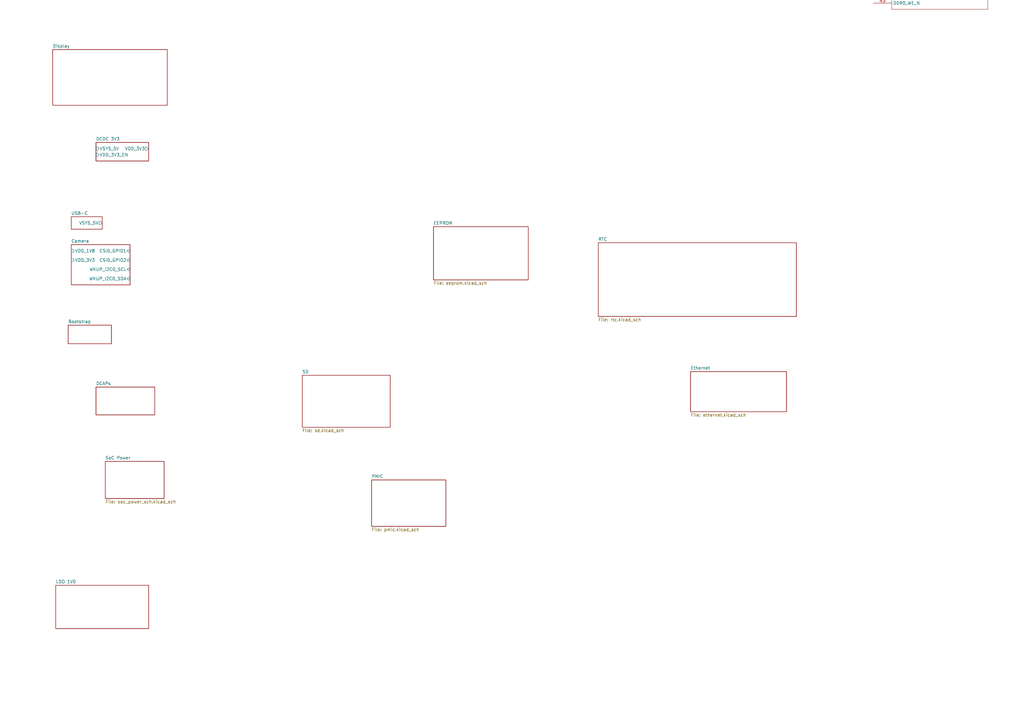
<source format=kicad_sch>
(kicad_sch (version 20250114) (generator "eeschema") (generator_version "9.0")
  (paper "A3")
  (title_block (title "Dashcam") (rev "v0.1"))
  (no_connect (at 558.8 -191.77))
  (no_connect (at 558.8 -201.93))
  (no_connect (at 558.8 -204.47))
  (no_connect (at 558.8 -199.39))
  (no_connect (at 558.8 -189.23))
  (no_connect (at 558.8 -207.01))
  (no_connect (at 558.8 -186.69))
  (no_connect (at 558.8 -196.85))
  (no_connect (at 558.8 -194.31))
  (symbol (lib_id "pepy_sym_lib:[CPU]Texas Instruments AM6254ATCGHAALW") (at 572.77 -234.95 0) (unit 19)
    (property "Reference" "U1" (at 572.77 -262.89 0))
    (property "Value" "AM6254ATCGHAALW" (at 572.77 -260.35 0))
    (property "Footprint" "pepy_sym_lib:[CPU]Texas Instruments AM6254ATCGHAALW" (effects (hide yes)))
    (property "Datasheet" "https://www.ti.com/lit/ds/symlink/am625.pdf?ts=1740314582358&ref_url=https%253A%252F%252Fwww.ti.com%252Fmicrocontrollers-mcus-processors%252Farm-based-processors%252Fproducts.html" (effects (hide yes)))
    (property "Description" "1400MHz FCCSP(ALW)-425 Microcontrollers (MCU/MPU/SOC) ROHS" (effects (hide yes)))
    (property "LCSC Part" "C5218241" (effects (hide yes)))
    (property "Manufacturer" "Texas Instruments" (effects (hide yes)))
  )
  (symbol (lib_id "pepy_sym_lib:[CPU]Texas Instruments AM6254ATCGHAALW") (at 386.08 3.81 0) (unit 6)
    (property "Reference" "U1" (at 385.445 -118.11 0))
    (property "Value" "AM6254ATCGHAALW" (at 385.445 -115.57 0))
    (property "Footprint" "pepy_sym_lib:[CPU]Texas Instruments AM6254ATCGHAALW" (effects (hide yes)))
    (property "Datasheet" "https://www.ti.com/lit/ds/symlink/am625.pdf?ts=1740314582358&ref_url=https%253A%252F%252Fwww.ti.com%252Fmicrocontrollers-mcus-processors%252Farm-based-processors%252Fproducts.html" (effects (hide yes)))
    (property "Description" "1400MHz FCCSP(ALW)-425 Microcontrollers (MCU/MPU/SOC) ROHS" (effects (hide yes)))
    (property "LCSC Part" "C5218241" (effects (hide yes)))
    (property "Manufacturer" "Texas Instruments" (effects (hide yes)))
  )
  (symbol (lib_id "pepy_sym_lib:[CPU]Texas Instruments AM6254ATCGHAALW") (at 801.37 -205.74 0) (unit 16)
    (property "Reference" "U1" (at 800.1 -243.84 0))
    (property "Value" "AM6254ATCGHAALW" (at 800.1 -241.3 0))
    (property "Footprint" "pepy_sym_lib:[CPU]Texas Instruments AM6254ATCGHAALW" (effects (hide yes)))
    (property "Datasheet" "https://www.ti.com/lit/ds/symlink/am625.pdf?ts=1740314582358&ref_url=https%253A%252F%252Fwww.ti.com%252Fmicrocontrollers-mcus-processors%252Farm-based-processors%252Fproducts.html" (effects (hide yes)))
    (property "Description" "1400MHz FCCSP(ALW)-425 Microcontrollers (MCU/MPU/SOC) ROHS" (effects (hide yes)))
    (property "LCSC Part" "C5218241" (effects (hide yes)))
    (property "Manufacturer" "Texas Instruments" (effects (hide yes)))
  )
  (symbol (lib_id "pepy_sym_lib:[CPU]Texas Instruments AM6254ATCGHAALW") (at 793.75 147.32 0) (unit 11)
    (property "Reference" "U1" (at 791.845 114.3 0))
    (property "Value" "AM6254ATCGHAALW" (at 791.845 116.84 0))
    (property "Footprint" "pepy_sym_lib:[CPU]Texas Instruments AM6254ATCGHAALW" (effects (hide yes)))
    (property "Datasheet" "https://www.ti.com/lit/ds/symlink/am625.pdf?ts=1740314582358&ref_url=https%253A%252F%252Fwww.ti.com%252Fmicrocontrollers-mcus-processors%252Farm-based-processors%252Fproducts.html" (effects (hide yes)))
    (property "Description" "1400MHz FCCSP(ALW)-425 Microcontrollers (MCU/MPU/SOC) ROHS" (effects (hide yes)))
    (property "LCSC Part" "C5218241" (effects (hide yes)))
    (property "Manufacturer" "Texas Instruments" (effects (hide yes)))
  )
  (symbol (lib_id "pepy_sym_lib:[CPU]Texas Instruments AM6254ATCGHAALW") (at 607.06 78.74 0) (unit 9)
    (property "Reference" "U1" (at 622.3 57.7849 0) (effects (justify left)))
    (property "Value" "AM6254ATCGHAALW" (at 622.3 60.3249 0) (effects (justify left)))
    (property "Footprint" "pepy_sym_lib:[CPU]Texas Instruments AM6254ATCGHAALW" (effects (hide yes)))
    (property "Datasheet" "https://www.ti.com/lit/ds/symlink/am625.pdf?ts=1740314582358&ref_url=https%253A%252F%252Fwww.ti.com%252Fmicrocontrollers-mcus-processors%252Farm-based-processors%252Fproducts.html" (effects (hide yes)))
    (property "Description" "1400MHz FCCSP(ALW)-425 Microcontrollers (MCU/MPU/SOC) ROHS" (effects (hide yes)))
    (property "LCSC Part" "C5218241" (effects (hide yes)))
    (property "Manufacturer" "Texas Instruments" (effects (hide yes)))
  )
  (symbol (lib_id "pepy_sym_lib:[CPU]Texas Instruments AM6254ATCGHAALW") (at 772.16 370.84 0) (unit 14)
    (property "Reference" "U1" (at 770.89 274.32 0))
    (property "Value" "AM6254ATCGHAALW" (at 770.89 276.86 0))
    (property "Footprint" "pepy_sym_lib:[CPU]Texas Instruments AM6254ATCGHAALW" (effects (hide yes)))
    (property "Datasheet" "https://www.ti.com/lit/ds/symlink/am625.pdf?ts=1740314582358&ref_url=https%253A%252F%252Fwww.ti.com%252Fmicrocontrollers-mcus-processors%252Farm-based-processors%252Fproducts.html" (effects (hide yes)))
    (property "Description" "1400MHz FCCSP(ALW)-425 Microcontrollers (MCU/MPU/SOC) ROHS" (effects (hide yes)))
    (property "LCSC Part" "C5218241" (effects (hide yes)))
    (property "Manufacturer" "Texas Instruments" (effects (hide yes)))
  )
  (symbol (lib_id "pepy_sym_lib:[CPU]Texas Instruments AM6254ATCGHAALW") (at 855.98 63.5 0) (unit 10)
    (property "Reference" "U1" (at 871.22 33.0199 0) (effects (justify left)))
    (property "Value" "AM6254ATCGHAALW" (at 871.22 35.5599 0) (effects (justify left)))
    (property "Footprint" "pepy_sym_lib:[CPU]Texas Instruments AM6254ATCGHAALW" (effects (hide yes)))
    (property "Datasheet" "https://www.ti.com/lit/ds/symlink/am625.pdf?ts=1740314582358&ref_url=https%253A%252F%252Fwww.ti.com%252Fmicrocontrollers-mcus-processors%252Farm-based-processors%252Fproducts.html" (effects (hide yes)))
    (property "Description" "1400MHz FCCSP(ALW)-425 Microcontrollers (MCU/MPU/SOC) ROHS" (effects (hide yes)))
    (property "LCSC Part" "C5218241" (effects (hide yes)))
    (property "Manufacturer" "Texas Instruments" (effects (hide yes)))
  )
  (symbol (lib_id "pepy_sym_lib:[CPU]Texas Instruments AM6254ATCGHAALW") (at 718.82 165.1 0) (unit 12)
    (property "Reference" "U1" (at 718.82 114.3 0))
    (property "Value" "AM6254ATCGHAALW" (at 718.82 116.84 0))
    (property "Footprint" "pepy_sym_lib:[CPU]Texas Instruments AM6254ATCGHAALW" (effects (hide yes)))
    (property "Datasheet" "https://www.ti.com/lit/ds/symlink/am625.pdf?ts=1740314582358&ref_url=https%253A%252F%252Fwww.ti.com%252Fmicrocontrollers-mcus-processors%252Farm-based-processors%252Fproducts.html" (effects (hide yes)))
    (property "Description" "1400MHz FCCSP(ALW)-425 Microcontrollers (MCU/MPU/SOC) ROHS" (effects (hide yes)))
    (property "LCSC Part" "C5218241" (effects (hide yes)))
    (property "Manufacturer" "Texas Instruments" (effects (hide yes)))
  )
  (symbol (lib_id "pepy_sym_lib:[CPU]Texas Instruments AM6254ATCGHAALW") (at 772.16 -54.61 0) (unit 17)
    (property "Reference" "U1" (at 772.795 -106.68 0))
    (property "Value" "AM6254ATCGHAALW" (at 772.795 -104.14 0))
    (property "Footprint" "pepy_sym_lib:[CPU]Texas Instruments AM6254ATCGHAALW" (effects (hide yes)))
    (property "Datasheet" "https://www.ti.com/lit/ds/symlink/am625.pdf?ts=1740314582358&ref_url=https%253A%252F%252Fwww.ti.com%252Fmicrocontrollers-mcus-processors%252Farm-based-processors%252Fproducts.html" (effects (hide yes)))
    (property "Description" "1400MHz FCCSP(ALW)-425 Microcontrollers (MCU/MPU/SOC) ROHS" (effects (hide yes)))
    (property "LCSC Part" "C5218241" (effects (hide yes)))
    (property "Manufacturer" "Texas Instruments" (effects (hide yes)))
  )
  (symbol (lib_id "pepy_sym_lib:[CPU]Texas Instruments AM6254ATCGHAALW") (at 556.26 243.84 0) (unit 13)
    (property "Reference" "U1" (at 557.4952 213.36 0))
    (property "Value" "AM6254ATCGHAALW" (at 557.4952 215.9 0))
    (property "Footprint" "pepy_sym_lib:[CPU]Texas Instruments AM6254ATCGHAALW" (effects (hide yes)))
    (property "Datasheet" "https://www.ti.com/lit/ds/symlink/am625.pdf?ts=1740314582358&ref_url=https%253A%252F%252Fwww.ti.com%252Fmicrocontrollers-mcus-processors%252Farm-based-processors%252Fproducts.html" (effects (hide yes)))
    (property "Description" "1400MHz FCCSP(ALW)-425 Microcontrollers (MCU/MPU/SOC) ROHS" (effects (hide yes)))
    (property "LCSC Part" "C5218241" (effects (hide yes)))
    (property "Manufacturer" "Texas Instruments" (effects (hide yes)))
  )
  (symbol (lib_id "pepy_sym_lib:[CPU]Texas Instruments AM6254ATCGHAALW") (at 535.94 -184.15 0) (unit 20)
    (property "Reference" "U1" (at 535.94 -213.36 0))
    (property "Value" "AM6254ATCGHAALW" (at 535.94 -210.82 0))
    (property "Footprint" "pepy_sym_lib:[CPU]Texas Instruments AM6254ATCGHAALW" (effects (hide yes)))
    (property "Datasheet" "https://www.ti.com/lit/ds/symlink/am625.pdf?ts=1740314582358&ref_url=https%253A%252F%252Fwww.ti.com%252Fmicrocontrollers-mcus-processors%252Farm-based-processors%252Fproducts.html" (effects (hide yes)))
    (property "Description" "1400MHz FCCSP(ALW)-425 Microcontrollers (MCU/MPU/SOC) ROHS" (effects (hide yes)))
    (property "LCSC Part" "C5218241" (effects (hide yes)))
    (property "Manufacturer" "Texas Instruments" (effects (hide yes)))
  )
  (symbol (lib_id "pepy_sym_lib:[CPU]Texas Instruments AM6254ATCGHAALW") (at 651.51 -236.22 0) (unit 18)
    (property "Reference" "U1" (at 650.875 -290.83 0))
    (property "Value" "AM6254ATCGHAALW" (at 650.875 -288.29 0))
    (property "Footprint" "pepy_sym_lib:[CPU]Texas Instruments AM6254ATCGHAALW" (effects (hide yes)))
    (property "Datasheet" "https://www.ti.com/lit/ds/symlink/am625.pdf?ts=1740314582358&ref_url=https%253A%252F%252Fwww.ti.com%252Fmicrocontrollers-mcus-processors%252Farm-based-processors%252Fproducts.html" (effects (hide yes)))
    (property "Description" "1400MHz FCCSP(ALW)-425 Microcontrollers (MCU/MPU/SOC) ROHS" (effects (hide yes)))
    (property "LCSC Part" "C5218241" (effects (hide yes)))
    (property "Manufacturer" "Texas Instruments" (effects (hide yes)))
  )
  (sheet (at 29.21 100.33) (size 24.13 16.51) (stroke (width 0.1524))
    (property "Sheetname" "Camera" (at 29.21 99.6184 0) (effects (justify left bottom)))
    (property "Sheetfile" "camera.kicad_sch" (effects (hide yes)))
    (pin "CSI0_GPIO1" bidirectional (at 53.34 102.87 0))
    (pin "CSI0_GPIO2" bidirectional (at 53.34 106.68 0))
    (pin "VDD_1V8" input (at 29.21 102.87 180))
    (pin "VDD_3V3" input (at 29.21 106.68 180))
    (pin "WKUP_I2C0_SCL" bidirectional (at 53.34 110.49 0))
    (pin "WKUP_I2C0_SDA" bidirectional (at 53.34 114.3 0))
  )
  (sheet (at 283.21 152.4) (size 39.37 16.51) (stroke (width 0.1524))
    (property "Sheetname" "Ethernet" (at 283.21 151.6884 0) (effects (justify left bottom)))
    (property "Sheetfile" "ethernet.kicad_sch" (at 283.21 169.4946 0) (effects (justify left top)))
  )
  (sheet (at 21.59 20.32) (size 46.99 22.86) (stroke (width 0.1524))
    (property "Sheetname" "Display" (at 21.59 19.6084 0) (effects (justify left bottom)))
    (property "Sheetfile" "display.kicad_sch" (effects (hide yes)))
  )
  (sheet (at 27.94 133.35) (size 17.78 7.62) (stroke (width 0.1524))
    (property "Sheetname" "Bootstrap" (at 27.94 132.6384 0) (effects (justify left bottom)))
    (property "Sheetfile" "bootstrap.kicad_sch" (effects (hide yes)))
  )
  (sheet (at 152.4 196.85) (size 30.48 19.05) (stroke (width 0.1524))
    (property "Sheetname" "PMIC" (at 152.4 196.1384 0) (effects (justify left bottom)))
    (property "Sheetfile" "pmic.kicad_sch" (at 152.4 216.4846 0) (effects (justify left top)))
  )
  (sheet (at 39.37 158.75) (size 24.13 11.43) (stroke (width 0.1524))
    (property "Sheetname" "DCAPs" (at 39.37 158.0384 0) (effects (justify left bottom)))
    (property "Sheetfile" "dcaps.kicad_sch" (effects (hide yes)))
  )
  (sheet (at 39.37 58.42) (size 21.59 7.62) (stroke (width 0.1524))
    (property "Sheetname" "DCDC 3V3" (at 39.37 57.7084 0) (effects (justify left bottom)))
    (property "Sheetfile" "dcdc3v3.kicad_sch" (effects (hide yes)))
    (pin "VSYS_5V" input (at 39.37 60.96 180))
    (pin "VDD_3V3" output (at 60.96 60.96 0))
    (pin "VDD_3V3_EN" input (at 39.37 63.5 180))
  )
  (sheet (at 43.18 189.23) (size 24.13 15.24) (stroke (width 0.1524))
    (property "Sheetname" "SoC Power" (at 43.18 188.5184 0) (effects (justify left bottom)))
    (property "Sheetfile" "soc_power_sch.kicad_sch" (at 43.18 205.0546 0) (effects (justify left top)))
  )
  (sheet (at 123.952 153.924) (size 36.068 21.336) (stroke (width 0.1524))
    (property "Sheetname" "SD" (at 123.952 153.2124 0) (effects (justify left bottom)))
    (property "Sheetfile" "sd.kicad_sch" (at 123.952 175.8446 0) (effects (justify left top)))
  )
  (sheet (at 29.21 88.9) (size 12.7 5.08) (stroke (width 0.1524))
    (property "Sheetname" "USB-C" (at 29.21 88.1884 0) (effects (justify left bottom)))
    (property "Sheetfile" "usb_c.kicad_sch" (effects (hide yes)))
    (pin "VSYS_5V" output (at 41.91 91.44 0))
  )
  (sheet (at 245.364 99.568) (size 81.28 30.226) (stroke (width 0.1524))
    (property "Sheetname" "RTC" (at 245.364 98.8564 0) (effects (justify left bottom)))
    (property "Sheetfile" "rtc.kicad_sch" (at 245.364 130.3786 0) (effects (justify left top)))
  )
  (sheet (at 22.86 240.03) (size 38.1 17.78) (stroke (width 0.1524))
    (property "Sheetname" "LDO 1V0" (at 22.86 239.3184 0) (effects (justify left bottom)))
    (property "Sheetfile" "ldo1V0.kicad_sch" (effects (hide yes)))
  )
  (sheet (at 177.8 92.964) (size 38.862 21.844) (stroke (width 0.1524))
    (property "Sheetname" "EEPROM" (at 177.8 92.2524 0) (effects (justify left bottom)))
    (property "Sheetfile" "eeprom.kicad_sch" (at 177.8 115.3926 0) (effects (justify left top)))
  )
)
</source>
